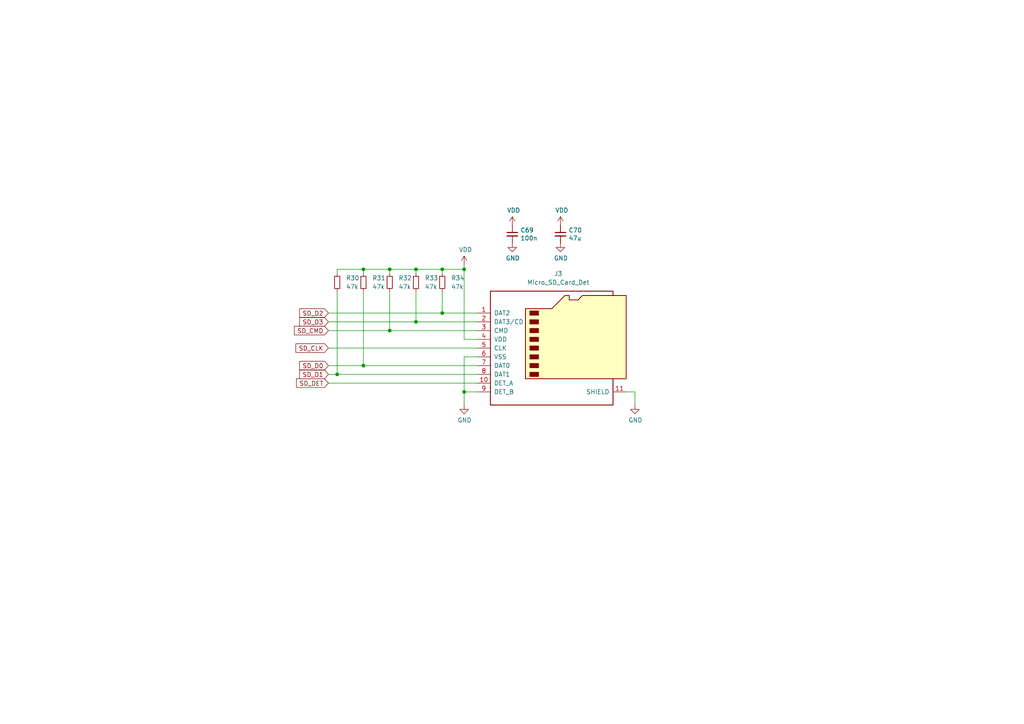
<source format=kicad_sch>
(kicad_sch (version 20211123) (generator eeschema)

  (uuid 0aa30928-66a8-4355-87da-7f875941070b)

  (paper "A4")

  (lib_symbols
    (symbol "Connector:Micro_SD_Card_Det" (pin_names (offset 1.016)) (in_bom yes) (on_board yes)
      (property "Reference" "J" (id 0) (at -16.51 17.78 0)
        (effects (font (size 1.27 1.27)))
      )
      (property "Value" "Micro_SD_Card_Det" (id 1) (at 16.51 17.78 0)
        (effects (font (size 1.27 1.27)) (justify right))
      )
      (property "Footprint" "" (id 2) (at 52.07 17.78 0)
        (effects (font (size 1.27 1.27)) hide)
      )
      (property "Datasheet" "https://www.hirose.com/product/en/download_file/key_name/DM3/category/Catalog/doc_file_id/49662/?file_category_id=4&item_id=195&is_series=1" (id 3) (at 0 2.54 0)
        (effects (font (size 1.27 1.27)) hide)
      )
      (property "ki_keywords" "connector SD microsd" (id 4) (at 0 0 0)
        (effects (font (size 1.27 1.27)) hide)
      )
      (property "ki_description" "Micro SD Card Socket with card detection pins" (id 5) (at 0 0 0)
        (effects (font (size 1.27 1.27)) hide)
      )
      (property "ki_fp_filters" "microSD*" (id 6) (at 0 0 0)
        (effects (font (size 1.27 1.27)) hide)
      )
      (symbol "Micro_SD_Card_Det_0_1"
        (rectangle (start -7.62 -6.985) (end -5.08 -8.255)
          (stroke (width 0) (type default) (color 0 0 0 0))
          (fill (type outline))
        )
        (rectangle (start -7.62 -4.445) (end -5.08 -5.715)
          (stroke (width 0) (type default) (color 0 0 0 0))
          (fill (type outline))
        )
        (rectangle (start -7.62 -1.905) (end -5.08 -3.175)
          (stroke (width 0) (type default) (color 0 0 0 0))
          (fill (type outline))
        )
        (rectangle (start -7.62 0.635) (end -5.08 -0.635)
          (stroke (width 0) (type default) (color 0 0 0 0))
          (fill (type outline))
        )
        (rectangle (start -7.62 3.175) (end -5.08 1.905)
          (stroke (width 0) (type default) (color 0 0 0 0))
          (fill (type outline))
        )
        (rectangle (start -7.62 5.715) (end -5.08 4.445)
          (stroke (width 0) (type default) (color 0 0 0 0))
          (fill (type outline))
        )
        (rectangle (start -7.62 8.255) (end -5.08 6.985)
          (stroke (width 0) (type default) (color 0 0 0 0))
          (fill (type outline))
        )
        (rectangle (start -7.62 10.795) (end -5.08 9.525)
          (stroke (width 0) (type default) (color 0 0 0 0))
          (fill (type outline))
        )
        (polyline
          (pts
            (xy 16.51 15.24)
            (xy 16.51 16.51)
            (xy -19.05 16.51)
            (xy -19.05 -16.51)
            (xy 16.51 -16.51)
            (xy 16.51 -8.89)
          )
          (stroke (width 0.254) (type default) (color 0 0 0 0))
          (fill (type none))
        )
        (polyline
          (pts
            (xy -8.89 -8.89)
            (xy -8.89 11.43)
            (xy -1.27 11.43)
            (xy 2.54 15.24)
            (xy 3.81 15.24)
            (xy 3.81 13.97)
            (xy 6.35 13.97)
            (xy 7.62 15.24)
            (xy 20.32 15.24)
            (xy 20.32 -8.89)
            (xy -8.89 -8.89)
          )
          (stroke (width 0.254) (type default) (color 0 0 0 0))
          (fill (type background))
        )
      )
      (symbol "Micro_SD_Card_Det_1_1"
        (pin bidirectional line (at -22.86 10.16 0) (length 3.81)
          (name "DAT2" (effects (font (size 1.27 1.27))))
          (number "1" (effects (font (size 1.27 1.27))))
        )
        (pin passive line (at -22.86 -10.16 0) (length 3.81)
          (name "DET_A" (effects (font (size 1.27 1.27))))
          (number "10" (effects (font (size 1.27 1.27))))
        )
        (pin passive line (at 20.32 -12.7 180) (length 3.81)
          (name "SHIELD" (effects (font (size 1.27 1.27))))
          (number "11" (effects (font (size 1.27 1.27))))
        )
        (pin bidirectional line (at -22.86 7.62 0) (length 3.81)
          (name "DAT3/CD" (effects (font (size 1.27 1.27))))
          (number "2" (effects (font (size 1.27 1.27))))
        )
        (pin input line (at -22.86 5.08 0) (length 3.81)
          (name "CMD" (effects (font (size 1.27 1.27))))
          (number "3" (effects (font (size 1.27 1.27))))
        )
        (pin power_in line (at -22.86 2.54 0) (length 3.81)
          (name "VDD" (effects (font (size 1.27 1.27))))
          (number "4" (effects (font (size 1.27 1.27))))
        )
        (pin input line (at -22.86 0 0) (length 3.81)
          (name "CLK" (effects (font (size 1.27 1.27))))
          (number "5" (effects (font (size 1.27 1.27))))
        )
        (pin power_in line (at -22.86 -2.54 0) (length 3.81)
          (name "VSS" (effects (font (size 1.27 1.27))))
          (number "6" (effects (font (size 1.27 1.27))))
        )
        (pin bidirectional line (at -22.86 -5.08 0) (length 3.81)
          (name "DAT0" (effects (font (size 1.27 1.27))))
          (number "7" (effects (font (size 1.27 1.27))))
        )
        (pin bidirectional line (at -22.86 -7.62 0) (length 3.81)
          (name "DAT1" (effects (font (size 1.27 1.27))))
          (number "8" (effects (font (size 1.27 1.27))))
        )
        (pin passive line (at -22.86 -12.7 0) (length 3.81)
          (name "DET_B" (effects (font (size 1.27 1.27))))
          (number "9" (effects (font (size 1.27 1.27))))
        )
      )
    )
    (symbol "Device:R_Small" (pin_numbers hide) (pin_names (offset 0.254) hide) (in_bom yes) (on_board yes)
      (property "Reference" "R" (id 0) (at 0.762 0.508 0)
        (effects (font (size 1.27 1.27)) (justify left))
      )
      (property "Value" "R_Small" (id 1) (at 0.762 -1.016 0)
        (effects (font (size 1.27 1.27)) (justify left))
      )
      (property "Footprint" "" (id 2) (at 0 0 0)
        (effects (font (size 1.27 1.27)) hide)
      )
      (property "Datasheet" "~" (id 3) (at 0 0 0)
        (effects (font (size 1.27 1.27)) hide)
      )
      (property "ki_keywords" "R resistor" (id 4) (at 0 0 0)
        (effects (font (size 1.27 1.27)) hide)
      )
      (property "ki_description" "Resistor, small symbol" (id 5) (at 0 0 0)
        (effects (font (size 1.27 1.27)) hide)
      )
      (property "ki_fp_filters" "R_*" (id 6) (at 0 0 0)
        (effects (font (size 1.27 1.27)) hide)
      )
      (symbol "R_Small_0_1"
        (rectangle (start -0.762 1.778) (end 0.762 -1.778)
          (stroke (width 0.2032) (type default) (color 0 0 0 0))
          (fill (type none))
        )
      )
      (symbol "R_Small_1_1"
        (pin passive line (at 0 2.54 270) (length 0.762)
          (name "~" (effects (font (size 1.27 1.27))))
          (number "1" (effects (font (size 1.27 1.27))))
        )
        (pin passive line (at 0 -2.54 90) (length 0.762)
          (name "~" (effects (font (size 1.27 1.27))))
          (number "2" (effects (font (size 1.27 1.27))))
        )
      )
    )
    (symbol "pkl_device:pkl_C_Small" (pin_numbers hide) (pin_names (offset 0.254) hide) (in_bom yes) (on_board yes)
      (property "Reference" "C" (id 0) (at 0.254 1.778 0)
        (effects (font (size 1.27 1.27)) (justify left))
      )
      (property "Value" "pkl_C_Small" (id 1) (at 0.254 -2.032 0)
        (effects (font (size 1.27 1.27)) (justify left))
      )
      (property "Footprint" "" (id 2) (at 0 0 0)
        (effects (font (size 1.524 1.524)))
      )
      (property "Datasheet" "" (id 3) (at 0 0 0)
        (effects (font (size 1.524 1.524)))
      )
      (property "ki_description" "Unpolarized capacitor" (id 4) (at 0 0 0)
        (effects (font (size 1.27 1.27)) hide)
      )
      (property "ki_fp_filters" "C? C_????_* C_???? SMD*_c Capacitor*" (id 5) (at 0 0 0)
        (effects (font (size 1.27 1.27)) hide)
      )
      (symbol "pkl_C_Small_0_1"
        (polyline
          (pts
            (xy -1.524 -0.508)
            (xy 1.524 -0.508)
          )
          (stroke (width 0.3302) (type default) (color 0 0 0 0))
          (fill (type none))
        )
        (polyline
          (pts
            (xy -1.524 0.508)
            (xy 1.524 0.508)
          )
          (stroke (width 0.3048) (type default) (color 0 0 0 0))
          (fill (type none))
        )
      )
      (symbol "pkl_C_Small_1_1"
        (pin passive line (at 0 2.54 270) (length 1.905)
          (name "~" (effects (font (size 1.016 1.016))))
          (number "1" (effects (font (size 1.016 1.016))))
        )
        (pin passive line (at 0 -2.54 90) (length 2.032)
          (name "~" (effects (font (size 1.016 1.016))))
          (number "2" (effects (font (size 1.016 1.016))))
        )
      )
    )
    (symbol "power:GND" (power) (pin_names (offset 0)) (in_bom yes) (on_board yes)
      (property "Reference" "#PWR" (id 0) (at 0 -6.35 0)
        (effects (font (size 1.27 1.27)) hide)
      )
      (property "Value" "GND" (id 1) (at 0 -3.81 0)
        (effects (font (size 1.27 1.27)))
      )
      (property "Footprint" "" (id 2) (at 0 0 0)
        (effects (font (size 1.27 1.27)) hide)
      )
      (property "Datasheet" "" (id 3) (at 0 0 0)
        (effects (font (size 1.27 1.27)) hide)
      )
      (property "ki_keywords" "power-flag" (id 4) (at 0 0 0)
        (effects (font (size 1.27 1.27)) hide)
      )
      (property "ki_description" "Power symbol creates a global label with name \"GND\" , ground" (id 5) (at 0 0 0)
        (effects (font (size 1.27 1.27)) hide)
      )
      (symbol "GND_0_1"
        (polyline
          (pts
            (xy 0 0)
            (xy 0 -1.27)
            (xy 1.27 -1.27)
            (xy 0 -2.54)
            (xy -1.27 -1.27)
            (xy 0 -1.27)
          )
          (stroke (width 0) (type default) (color 0 0 0 0))
          (fill (type none))
        )
      )
      (symbol "GND_1_1"
        (pin power_in line (at 0 0 270) (length 0) hide
          (name "GND" (effects (font (size 1.27 1.27))))
          (number "1" (effects (font (size 1.27 1.27))))
        )
      )
    )
    (symbol "power:VDD" (power) (pin_names (offset 0)) (in_bom yes) (on_board yes)
      (property "Reference" "#PWR" (id 0) (at 0 -3.81 0)
        (effects (font (size 1.27 1.27)) hide)
      )
      (property "Value" "VDD" (id 1) (at 0 3.81 0)
        (effects (font (size 1.27 1.27)))
      )
      (property "Footprint" "" (id 2) (at 0 0 0)
        (effects (font (size 1.27 1.27)) hide)
      )
      (property "Datasheet" "" (id 3) (at 0 0 0)
        (effects (font (size 1.27 1.27)) hide)
      )
      (property "ki_keywords" "power-flag" (id 4) (at 0 0 0)
        (effects (font (size 1.27 1.27)) hide)
      )
      (property "ki_description" "Power symbol creates a global label with name \"VDD\"" (id 5) (at 0 0 0)
        (effects (font (size 1.27 1.27)) hide)
      )
      (symbol "VDD_0_1"
        (polyline
          (pts
            (xy -0.762 1.27)
            (xy 0 2.54)
          )
          (stroke (width 0) (type default) (color 0 0 0 0))
          (fill (type none))
        )
        (polyline
          (pts
            (xy 0 0)
            (xy 0 2.54)
          )
          (stroke (width 0) (type default) (color 0 0 0 0))
          (fill (type none))
        )
        (polyline
          (pts
            (xy 0 2.54)
            (xy 0.762 1.27)
          )
          (stroke (width 0) (type default) (color 0 0 0 0))
          (fill (type none))
        )
      )
      (symbol "VDD_1_1"
        (pin power_in line (at 0 0 90) (length 0) hide
          (name "VDD" (effects (font (size 1.27 1.27))))
          (number "1" (effects (font (size 1.27 1.27))))
        )
      )
    )
  )

  (junction (at 113.03 78.105) (diameter 0) (color 0 0 0 0)
    (uuid 07c361b5-42b0-4cbe-840f-72d1d348dfa9)
  )
  (junction (at 105.41 78.105) (diameter 0) (color 0 0 0 0)
    (uuid 0e4aa399-e5a9-470c-9fdd-3c5cc8a0100d)
  )
  (junction (at 128.27 78.105) (diameter 0) (color 0 0 0 0)
    (uuid 0f378f3a-cc58-48ca-952b-5e0bc7c50909)
  )
  (junction (at 105.41 106.045) (diameter 0) (color 0 0 0 0)
    (uuid 422f53b5-1588-4d6f-a7d3-8c1cfc5734c4)
  )
  (junction (at 97.79 108.585) (diameter 0) (color 0 0 0 0)
    (uuid 6eee5c95-849b-4234-9fa9-10fff61dbcfe)
  )
  (junction (at 120.65 78.105) (diameter 0) (color 0 0 0 0)
    (uuid 9037e904-256d-43f2-bceb-4dfe9ec8c5a1)
  )
  (junction (at 134.62 113.665) (diameter 0) (color 0 0 0 0)
    (uuid 9e85a6bb-8f68-46b1-b4f1-343b38178560)
  )
  (junction (at 134.62 78.105) (diameter 0) (color 0 0 0 0)
    (uuid b1d3bd8e-715a-400c-ba94-13f0db497714)
  )
  (junction (at 113.03 95.885) (diameter 0) (color 0 0 0 0)
    (uuid bd357c68-a02a-48f6-baa0-3dbdacd5b5a3)
  )
  (junction (at 128.27 90.805) (diameter 0) (color 0 0 0 0)
    (uuid e76906a8-3858-49c5-940c-601a077041af)
  )
  (junction (at 120.65 93.345) (diameter 0) (color 0 0 0 0)
    (uuid f0323f4c-e52b-4dcc-b3c2-0e27c482c0fd)
  )

  (wire (pts (xy 95.25 93.345) (xy 120.65 93.345))
    (stroke (width 0) (type default) (color 0 0 0 0))
    (uuid 0980d639-e605-4288-b764-ce9c0a31928b)
  )
  (wire (pts (xy 95.25 111.125) (xy 138.43 111.125))
    (stroke (width 0) (type default) (color 0 0 0 0))
    (uuid 1745543f-707d-4655-8598-8e5bc6e5b838)
  )
  (wire (pts (xy 97.79 84.455) (xy 97.79 108.585))
    (stroke (width 0) (type default) (color 0 0 0 0))
    (uuid 2f2d8bec-27a2-4197-b5fe-5f34bb331a0d)
  )
  (wire (pts (xy 120.65 84.455) (xy 120.65 93.345))
    (stroke (width 0) (type default) (color 0 0 0 0))
    (uuid 3f49f515-042a-4098-95fe-9d8aa600e626)
  )
  (wire (pts (xy 105.41 84.455) (xy 105.41 106.045))
    (stroke (width 0) (type default) (color 0 0 0 0))
    (uuid 43e50aab-a73e-46ee-a2e0-e555d75535c6)
  )
  (wire (pts (xy 120.65 79.375) (xy 120.65 78.105))
    (stroke (width 0) (type default) (color 0 0 0 0))
    (uuid 4ecdafd9-8c85-4d42-8b38-24093b1a2dc9)
  )
  (wire (pts (xy 134.62 76.835) (xy 134.62 78.105))
    (stroke (width 0) (type default) (color 0 0 0 0))
    (uuid 5310af4a-2995-4a79-b79e-48fcb0c3a7d8)
  )
  (wire (pts (xy 134.62 113.665) (xy 134.62 117.475))
    (stroke (width 0) (type default) (color 0 0 0 0))
    (uuid 5adff581-4a2a-44b4-8862-4221cd62642f)
  )
  (wire (pts (xy 97.79 108.585) (xy 138.43 108.585))
    (stroke (width 0) (type default) (color 0 0 0 0))
    (uuid 628ed3e0-0e78-42d1-8f85-34c2c1e9887f)
  )
  (wire (pts (xy 97.79 78.105) (xy 105.41 78.105))
    (stroke (width 0) (type default) (color 0 0 0 0))
    (uuid 6c5508a8-f1d8-438b-bfbc-de5c2a357c33)
  )
  (wire (pts (xy 105.41 79.375) (xy 105.41 78.105))
    (stroke (width 0) (type default) (color 0 0 0 0))
    (uuid 708c3ff0-9032-4994-af59-69bdd4e29a44)
  )
  (wire (pts (xy 95.25 106.045) (xy 105.41 106.045))
    (stroke (width 0) (type default) (color 0 0 0 0))
    (uuid 7533d9d0-109b-4d3e-8391-7db16e03d4a6)
  )
  (wire (pts (xy 138.43 113.665) (xy 134.62 113.665))
    (stroke (width 0) (type default) (color 0 0 0 0))
    (uuid 797a83a8-b990-43c0-97c5-0c1688ae04de)
  )
  (wire (pts (xy 128.27 78.105) (xy 134.62 78.105))
    (stroke (width 0) (type default) (color 0 0 0 0))
    (uuid 7ee9bbc9-0f00-40c2-bd2a-b7e2a8d481a8)
  )
  (wire (pts (xy 184.15 113.665) (xy 184.15 117.475))
    (stroke (width 0) (type default) (color 0 0 0 0))
    (uuid 802ac70e-1fc0-4882-8390-eea091c5a029)
  )
  (wire (pts (xy 105.41 106.045) (xy 138.43 106.045))
    (stroke (width 0) (type default) (color 0 0 0 0))
    (uuid 84cd72a9-eb67-465c-a396-baaa4f2bb0f2)
  )
  (wire (pts (xy 95.25 95.885) (xy 113.03 95.885))
    (stroke (width 0) (type default) (color 0 0 0 0))
    (uuid 8643dd8c-fda7-47d9-8e97-3baf5b41ca0c)
  )
  (wire (pts (xy 120.65 78.105) (xy 113.03 78.105))
    (stroke (width 0) (type default) (color 0 0 0 0))
    (uuid 865f340f-3a9e-41f0-9189-bd11751c16bf)
  )
  (wire (pts (xy 134.62 98.425) (xy 138.43 98.425))
    (stroke (width 0) (type default) (color 0 0 0 0))
    (uuid 8765cba3-1243-486f-a6e8-befe4827ac73)
  )
  (wire (pts (xy 113.03 95.885) (xy 138.43 95.885))
    (stroke (width 0) (type default) (color 0 0 0 0))
    (uuid 896e3628-c49b-4bda-86a3-02a080127748)
  )
  (wire (pts (xy 134.62 103.505) (xy 138.43 103.505))
    (stroke (width 0) (type default) (color 0 0 0 0))
    (uuid 91d65ad7-fcde-4d3b-9ce4-23db7f33896f)
  )
  (wire (pts (xy 128.27 90.805) (xy 138.43 90.805))
    (stroke (width 0) (type default) (color 0 0 0 0))
    (uuid 95d0ac26-1e6e-4ff1-9f64-439dbaaf89d4)
  )
  (wire (pts (xy 113.03 84.455) (xy 113.03 95.885))
    (stroke (width 0) (type default) (color 0 0 0 0))
    (uuid 9cb9415f-ad11-406c-bc30-860425a777a6)
  )
  (wire (pts (xy 97.79 79.375) (xy 97.79 78.105))
    (stroke (width 0) (type default) (color 0 0 0 0))
    (uuid b0f5efcc-ad4f-4899-960f-18f3fdfda224)
  )
  (wire (pts (xy 105.41 78.105) (xy 113.03 78.105))
    (stroke (width 0) (type default) (color 0 0 0 0))
    (uuid d2ab13fb-f76d-42a6-a101-3dd609a0912d)
  )
  (wire (pts (xy 113.03 78.105) (xy 113.03 79.375))
    (stroke (width 0) (type default) (color 0 0 0 0))
    (uuid d2effc22-aa79-49e2-866a-a27e4dec9250)
  )
  (wire (pts (xy 95.25 100.965) (xy 138.43 100.965))
    (stroke (width 0) (type default) (color 0 0 0 0))
    (uuid d78c08f3-a459-47be-91de-63c8740e7455)
  )
  (wire (pts (xy 120.65 78.105) (xy 128.27 78.105))
    (stroke (width 0) (type default) (color 0 0 0 0))
    (uuid de3a5f2d-6d61-4a56-88fa-f196bb7bcad4)
  )
  (wire (pts (xy 95.25 90.805) (xy 128.27 90.805))
    (stroke (width 0) (type default) (color 0 0 0 0))
    (uuid e221923b-8b1c-477d-aeac-38dda98cb067)
  )
  (wire (pts (xy 128.27 79.375) (xy 128.27 78.105))
    (stroke (width 0) (type default) (color 0 0 0 0))
    (uuid f12a8721-7b9d-43a0-a618-2a6a4efc6110)
  )
  (wire (pts (xy 134.62 78.105) (xy 134.62 98.425))
    (stroke (width 0) (type default) (color 0 0 0 0))
    (uuid f1315f34-32f1-44e0-bd8c-246c1319ae9d)
  )
  (wire (pts (xy 181.61 113.665) (xy 184.15 113.665))
    (stroke (width 0) (type default) (color 0 0 0 0))
    (uuid f2647809-062d-4d6f-a3ef-03ecc4688494)
  )
  (wire (pts (xy 95.25 108.585) (xy 97.79 108.585))
    (stroke (width 0) (type default) (color 0 0 0 0))
    (uuid f66f5887-c6c4-48f7-8d41-b3265f397aa6)
  )
  (wire (pts (xy 128.27 84.455) (xy 128.27 90.805))
    (stroke (width 0) (type default) (color 0 0 0 0))
    (uuid f79e2fd0-3da1-4c2a-8ef4-d47ef1a2b166)
  )
  (wire (pts (xy 134.62 113.665) (xy 134.62 103.505))
    (stroke (width 0) (type default) (color 0 0 0 0))
    (uuid fa5979ee-27c4-4f08-8921-3ce28d85b9f3)
  )
  (wire (pts (xy 120.65 93.345) (xy 138.43 93.345))
    (stroke (width 0) (type default) (color 0 0 0 0))
    (uuid fbc1cd94-e020-4174-b0cc-1b7adb505912)
  )

  (global_label "SD_D2" (shape input) (at 95.25 90.805 180) (fields_autoplaced)
    (effects (font (size 1.27 1.27)) (justify right))
    (uuid 5a8f4f1c-ad4d-4d19-9730-cea74d6415e9)
    (property "Intersheet References" "${INTERSHEET_REFS}" (id 0) (at 86.9102 90.7256 0)
      (effects (font (size 1.27 1.27)) (justify right) hide)
    )
  )
  (global_label "SD_D1" (shape input) (at 95.25 108.585 180) (fields_autoplaced)
    (effects (font (size 1.27 1.27)) (justify right))
    (uuid 6531beb6-ecd3-4784-8dac-15a7d5a77f2e)
    (property "Intersheet References" "${INTERSHEET_REFS}" (id 0) (at 86.9102 108.5056 0)
      (effects (font (size 1.27 1.27)) (justify right) hide)
    )
  )
  (global_label "SD_CMD" (shape input) (at 95.25 95.885 180) (fields_autoplaced)
    (effects (font (size 1.27 1.27)) (justify right))
    (uuid 85c6bd19-b7de-4e63-a2fb-17bde097465f)
    (property "Intersheet References" "${INTERSHEET_REFS}" (id 0) (at 85.3983 95.8056 0)
      (effects (font (size 1.27 1.27)) (justify right) hide)
    )
  )
  (global_label "SD_DET" (shape input) (at 95.25 111.125 180) (fields_autoplaced)
    (effects (font (size 1.27 1.27)) (justify right))
    (uuid 88106c56-efd3-41ad-927e-498343758b25)
    (property "Intersheet References" "${INTERSHEET_REFS}" (id 0) (at 86.0031 111.0456 0)
      (effects (font (size 1.27 1.27)) (justify right) hide)
    )
  )
  (global_label "SD_CLK" (shape input) (at 95.25 100.965 180) (fields_autoplaced)
    (effects (font (size 1.27 1.27)) (justify right))
    (uuid e309080b-eb0a-4977-8eb7-5bcb44f3b1b6)
    (property "Intersheet References" "${INTERSHEET_REFS}" (id 0) (at 85.8217 100.8856 0)
      (effects (font (size 1.27 1.27)) (justify right) hide)
    )
  )
  (global_label "SD_D0" (shape input) (at 95.25 106.045 180) (fields_autoplaced)
    (effects (font (size 1.27 1.27)) (justify right))
    (uuid e8a64739-f5fd-435a-99ea-cb6bdbb01973)
    (property "Intersheet References" "${INTERSHEET_REFS}" (id 0) (at 86.9102 105.9656 0)
      (effects (font (size 1.27 1.27)) (justify right) hide)
    )
  )
  (global_label "SD_D3" (shape input) (at 95.25 93.345 180) (fields_autoplaced)
    (effects (font (size 1.27 1.27)) (justify right))
    (uuid ec64da1c-ff0b-445e-975b-16d976178c71)
    (property "Intersheet References" "${INTERSHEET_REFS}" (id 0) (at 86.9102 93.2656 0)
      (effects (font (size 1.27 1.27)) (justify right) hide)
    )
  )

  (symbol (lib_id "power:GND") (at 162.56 70.485 0) (unit 1)
    (in_bom yes) (on_board yes)
    (uuid 0664d076-da05-4f8e-9259-f07c7e349dac)
    (property "Reference" "#PWR0219" (id 0) (at 162.56 76.835 0)
      (effects (font (size 1.27 1.27)) hide)
    )
    (property "Value" "GND" (id 1) (at 162.687 74.8792 0))
    (property "Footprint" "" (id 2) (at 162.56 70.485 0)
      (effects (font (size 1.27 1.27)) hide)
    )
    (property "Datasheet" "" (id 3) (at 162.56 70.485 0)
      (effects (font (size 1.27 1.27)) hide)
    )
    (pin "1" (uuid aba26366-6f62-41bb-81d4-7c76ab29eef6))
  )

  (symbol (lib_id "power:VDD") (at 162.56 65.405 0) (unit 1)
    (in_bom yes) (on_board yes)
    (uuid 11cc635a-6a72-4864-b29f-4d07f1c0567d)
    (property "Reference" "#PWR0217" (id 0) (at 162.56 69.215 0)
      (effects (font (size 1.27 1.27)) hide)
    )
    (property "Value" "VDD" (id 1) (at 162.941 61.0108 0))
    (property "Footprint" "" (id 2) (at 162.56 65.405 0)
      (effects (font (size 1.27 1.27)) hide)
    )
    (property "Datasheet" "" (id 3) (at 162.56 65.405 0)
      (effects (font (size 1.27 1.27)) hide)
    )
    (pin "1" (uuid 99b846f7-7b92-4e6e-93ab-92490c2e4828))
  )

  (symbol (lib_id "Device:R_Small") (at 113.03 81.915 0) (unit 1)
    (in_bom yes) (on_board yes) (fields_autoplaced)
    (uuid 17d2a2de-298f-43ac-aa1a-df68e2d59e17)
    (property "Reference" "R32" (id 0) (at 115.57 80.6449 0)
      (effects (font (size 1.27 1.27)) (justify left))
    )
    (property "Value" "47k" (id 1) (at 115.57 83.1849 0)
      (effects (font (size 1.27 1.27)) (justify left))
    )
    (property "Footprint" "Resistor_SMD:R_0402_1005Metric" (id 2) (at 113.03 81.915 0)
      (effects (font (size 1.27 1.27)) hide)
    )
    (property "Datasheet" "~" (id 3) (at 113.03 81.915 0)
      (effects (font (size 1.27 1.27)) hide)
    )
    (pin "1" (uuid 44836fb1-81e3-4d47-8023-6a035f6a758d))
    (pin "2" (uuid 91b96203-90c5-4372-bd0c-6bc9743aa4ab))
  )

  (symbol (lib_id "Device:R_Small") (at 128.27 81.915 0) (unit 1)
    (in_bom yes) (on_board yes) (fields_autoplaced)
    (uuid 1f637e2b-c6b4-4586-bd8d-613b71c96bbe)
    (property "Reference" "R34" (id 0) (at 130.81 80.6449 0)
      (effects (font (size 1.27 1.27)) (justify left))
    )
    (property "Value" "47k" (id 1) (at 130.81 83.1849 0)
      (effects (font (size 1.27 1.27)) (justify left))
    )
    (property "Footprint" "Resistor_SMD:R_0402_1005Metric" (id 2) (at 128.27 81.915 0)
      (effects (font (size 1.27 1.27)) hide)
    )
    (property "Datasheet" "~" (id 3) (at 128.27 81.915 0)
      (effects (font (size 1.27 1.27)) hide)
    )
    (pin "1" (uuid 15c2294f-3484-4969-915e-80d051ccb10a))
    (pin "2" (uuid 5a5a3d01-477d-46af-b94a-5968adddaedc))
  )

  (symbol (lib_id "power:VDD") (at 134.62 76.835 0) (unit 1)
    (in_bom yes) (on_board yes)
    (uuid 3f7e85bb-cc21-4084-968b-6e69ee9a167d)
    (property "Reference" "#PWR0214" (id 0) (at 134.62 80.645 0)
      (effects (font (size 1.27 1.27)) hide)
    )
    (property "Value" "VDD" (id 1) (at 135.001 72.4408 0))
    (property "Footprint" "" (id 2) (at 134.62 76.835 0)
      (effects (font (size 1.27 1.27)) hide)
    )
    (property "Datasheet" "" (id 3) (at 134.62 76.835 0)
      (effects (font (size 1.27 1.27)) hide)
    )
    (pin "1" (uuid 7e407a88-b288-4b40-a3d8-0a6e16c47aee))
  )

  (symbol (lib_id "power:GND") (at 148.59 70.485 0) (unit 1)
    (in_bom yes) (on_board yes)
    (uuid 48828fcd-9685-43f2-ad7c-3e7d4c6be57d)
    (property "Reference" "#PWR0218" (id 0) (at 148.59 76.835 0)
      (effects (font (size 1.27 1.27)) hide)
    )
    (property "Value" "GND" (id 1) (at 148.717 74.8792 0))
    (property "Footprint" "" (id 2) (at 148.59 70.485 0)
      (effects (font (size 1.27 1.27)) hide)
    )
    (property "Datasheet" "" (id 3) (at 148.59 70.485 0)
      (effects (font (size 1.27 1.27)) hide)
    )
    (pin "1" (uuid 21ca78bd-3fa2-4b4a-8d87-640a7ff0a711))
  )

  (symbol (lib_id "power:VDD") (at 148.59 65.405 0) (unit 1)
    (in_bom yes) (on_board yes)
    (uuid 5132f987-2f86-4fa4-bdc9-3c3ecd4f0348)
    (property "Reference" "#PWR0216" (id 0) (at 148.59 69.215 0)
      (effects (font (size 1.27 1.27)) hide)
    )
    (property "Value" "VDD" (id 1) (at 148.971 61.0108 0))
    (property "Footprint" "" (id 2) (at 148.59 65.405 0)
      (effects (font (size 1.27 1.27)) hide)
    )
    (property "Datasheet" "" (id 3) (at 148.59 65.405 0)
      (effects (font (size 1.27 1.27)) hide)
    )
    (pin "1" (uuid a80002ee-2b86-4b70-ae3a-f4e2bfa4a9b6))
  )

  (symbol (lib_id "Connector:Micro_SD_Card_Det") (at 161.29 100.965 0) (unit 1)
    (in_bom yes) (on_board yes)
    (uuid 66d43a26-9674-4ce4-a0af-b21ba03c567b)
    (property "Reference" "J3" (id 0) (at 161.925 79.375 0))
    (property "Value" "Micro_SD_Card_Det" (id 1) (at 161.925 81.915 0))
    (property "Footprint" "Connector_Card:microSD_HC_Hirose_DM3AT-SF-PEJM5" (id 2) (at 213.36 83.185 0)
      (effects (font (size 1.27 1.27)) hide)
    )
    (property "Datasheet" "https://www.hirose.com/product/en/download_file/key_name/DM3/category/Catalog/doc_file_id/49662/?file_category_id=4&item_id=195&is_series=1" (id 3) (at 161.29 98.425 0)
      (effects (font (size 1.27 1.27)) hide)
    )
    (pin "1" (uuid d2692c70-66c4-4fea-93b8-27621ec66266))
    (pin "10" (uuid 0a676048-fee7-4bee-ac19-2eec4db4b030))
    (pin "11" (uuid b6ba2d7e-8d02-48d3-91a2-d9178406a25d))
    (pin "2" (uuid d81f2d93-9ded-45c7-a6b6-71ebf02bf1ad))
    (pin "3" (uuid 73dc34ac-5f1e-4302-9d01-602a76799ece))
    (pin "4" (uuid bfb3536c-c3a9-41b4-80bf-83f047f28c63))
    (pin "5" (uuid e2a5d8c3-ef35-4fac-a344-c7eb30dd5be7))
    (pin "6" (uuid 42769491-f62b-41c1-93ce-b27891bd398e))
    (pin "7" (uuid 4a2d8f4a-c0e0-4083-b5ef-b7bbd8960c9c))
    (pin "8" (uuid 6443fcf7-3802-4aec-a949-70bf87ae433d))
    (pin "9" (uuid 0a52f64f-3442-4852-a60a-3908739480e4))
  )

  (symbol (lib_id "power:GND") (at 184.15 117.475 0) (unit 1)
    (in_bom yes) (on_board yes)
    (uuid 751fe4fb-26b9-4843-8ea6-0a220dc37e71)
    (property "Reference" "#PWR0220" (id 0) (at 184.15 123.825 0)
      (effects (font (size 1.27 1.27)) hide)
    )
    (property "Value" "GND" (id 1) (at 184.277 121.8692 0))
    (property "Footprint" "" (id 2) (at 184.15 117.475 0)
      (effects (font (size 1.27 1.27)) hide)
    )
    (property "Datasheet" "" (id 3) (at 184.15 117.475 0)
      (effects (font (size 1.27 1.27)) hide)
    )
    (pin "1" (uuid fa4309e3-e7ea-47d2-b0ba-6b0c91c152af))
  )

  (symbol (lib_id "pkl_device:pkl_C_Small") (at 148.59 67.945 0) (unit 1)
    (in_bom no) (on_board no)
    (uuid 7efdb7b9-eea0-4d67-84c3-76b248a724a8)
    (property "Reference" "C69" (id 0) (at 150.9268 66.7766 0)
      (effects (font (size 1.27 1.27)) (justify left))
    )
    (property "Value" "100n" (id 1) (at 150.9268 69.088 0)
      (effects (font (size 1.27 1.27)) (justify left))
    )
    (property "Footprint" "Capacitor_SMD:C_0402_1005Metric" (id 2) (at 148.59 67.945 0)
      (effects (font (size 1.524 1.524)) hide)
    )
    (property "Datasheet" "" (id 3) (at 148.59 67.945 0)
      (effects (font (size 1.524 1.524)))
    )
    (pin "1" (uuid 974f8299-4f62-47a8-914a-38bfe0672434))
    (pin "2" (uuid a9a0b2e2-0e83-4138-92e1-70e26d5654fd))
  )

  (symbol (lib_id "Device:R_Small") (at 97.79 81.915 0) (unit 1)
    (in_bom yes) (on_board yes) (fields_autoplaced)
    (uuid 9eabcad6-8c3b-447f-8663-9964fe724807)
    (property "Reference" "R30" (id 0) (at 100.33 80.6449 0)
      (effects (font (size 1.27 1.27)) (justify left))
    )
    (property "Value" "47k" (id 1) (at 100.33 83.1849 0)
      (effects (font (size 1.27 1.27)) (justify left))
    )
    (property "Footprint" "Resistor_SMD:R_0402_1005Metric" (id 2) (at 97.79 81.915 0)
      (effects (font (size 1.27 1.27)) hide)
    )
    (property "Datasheet" "~" (id 3) (at 97.79 81.915 0)
      (effects (font (size 1.27 1.27)) hide)
    )
    (pin "1" (uuid 5b73db65-02be-4fc8-9d1b-946bb30d31a3))
    (pin "2" (uuid 56006dbd-3a25-4dd7-8bdc-1978940b608c))
  )

  (symbol (lib_id "Device:R_Small") (at 105.41 81.915 0) (unit 1)
    (in_bom yes) (on_board yes) (fields_autoplaced)
    (uuid b2ae0024-543d-4411-afe5-d2c631661639)
    (property "Reference" "R31" (id 0) (at 107.95 80.6449 0)
      (effects (font (size 1.27 1.27)) (justify left))
    )
    (property "Value" "47k" (id 1) (at 107.95 83.1849 0)
      (effects (font (size 1.27 1.27)) (justify left))
    )
    (property "Footprint" "Resistor_SMD:R_0402_1005Metric" (id 2) (at 105.41 81.915 0)
      (effects (font (size 1.27 1.27)) hide)
    )
    (property "Datasheet" "~" (id 3) (at 105.41 81.915 0)
      (effects (font (size 1.27 1.27)) hide)
    )
    (pin "1" (uuid 210fadaf-2e0e-412f-af4e-46d79d7d06d6))
    (pin "2" (uuid 811f86bf-9a1b-40ba-93fe-00f68b9b7bc3))
  )

  (symbol (lib_id "pkl_device:pkl_C_Small") (at 162.56 67.945 0) (unit 1)
    (in_bom no) (on_board no)
    (uuid bd5ad9ab-fb1d-428e-ba7f-97b127098fec)
    (property "Reference" "C70" (id 0) (at 164.8968 66.7766 0)
      (effects (font (size 1.27 1.27)) (justify left))
    )
    (property "Value" "47u" (id 1) (at 164.8968 69.088 0)
      (effects (font (size 1.27 1.27)) (justify left))
    )
    (property "Footprint" "pkl_dipol:C_0603" (id 2) (at 162.56 67.945 0)
      (effects (font (size 1.524 1.524)) hide)
    )
    (property "Datasheet" "" (id 3) (at 162.56 67.945 0)
      (effects (font (size 1.524 1.524)))
    )
    (pin "1" (uuid add835f9-5dd3-46a5-bc0e-bcb990055c5d))
    (pin "2" (uuid 12b06c88-93a5-454f-b485-ff2a28ef5287))
  )

  (symbol (lib_id "Device:R_Small") (at 120.65 81.915 0) (unit 1)
    (in_bom yes) (on_board yes) (fields_autoplaced)
    (uuid d2f82a9a-4830-47a2-9732-266308d7c6cb)
    (property "Reference" "R33" (id 0) (at 123.19 80.6449 0)
      (effects (font (size 1.27 1.27)) (justify left))
    )
    (property "Value" "47k" (id 1) (at 123.19 83.1849 0)
      (effects (font (size 1.27 1.27)) (justify left))
    )
    (property "Footprint" "Resistor_SMD:R_0402_1005Metric" (id 2) (at 120.65 81.915 0)
      (effects (font (size 1.27 1.27)) hide)
    )
    (property "Datasheet" "~" (id 3) (at 120.65 81.915 0)
      (effects (font (size 1.27 1.27)) hide)
    )
    (pin "1" (uuid 397188f7-11fc-4f41-a86e-dd9a4b57bb46))
    (pin "2" (uuid ba0a4ed4-c631-4650-8f38-62af8a9b7924))
  )

  (symbol (lib_id "power:GND") (at 134.62 117.475 0) (unit 1)
    (in_bom yes) (on_board yes)
    (uuid fcc52589-1302-4ed0-969f-6b8933a12f9b)
    (property "Reference" "#PWR0215" (id 0) (at 134.62 123.825 0)
      (effects (font (size 1.27 1.27)) hide)
    )
    (property "Value" "GND" (id 1) (at 134.747 121.8692 0))
    (property "Footprint" "" (id 2) (at 134.62 117.475 0)
      (effects (font (size 1.27 1.27)) hide)
    )
    (property "Datasheet" "" (id 3) (at 134.62 117.475 0)
      (effects (font (size 1.27 1.27)) hide)
    )
    (pin "1" (uuid af7f32ee-ff1e-43ee-bf5c-17b88fa40113))
  )
)

</source>
